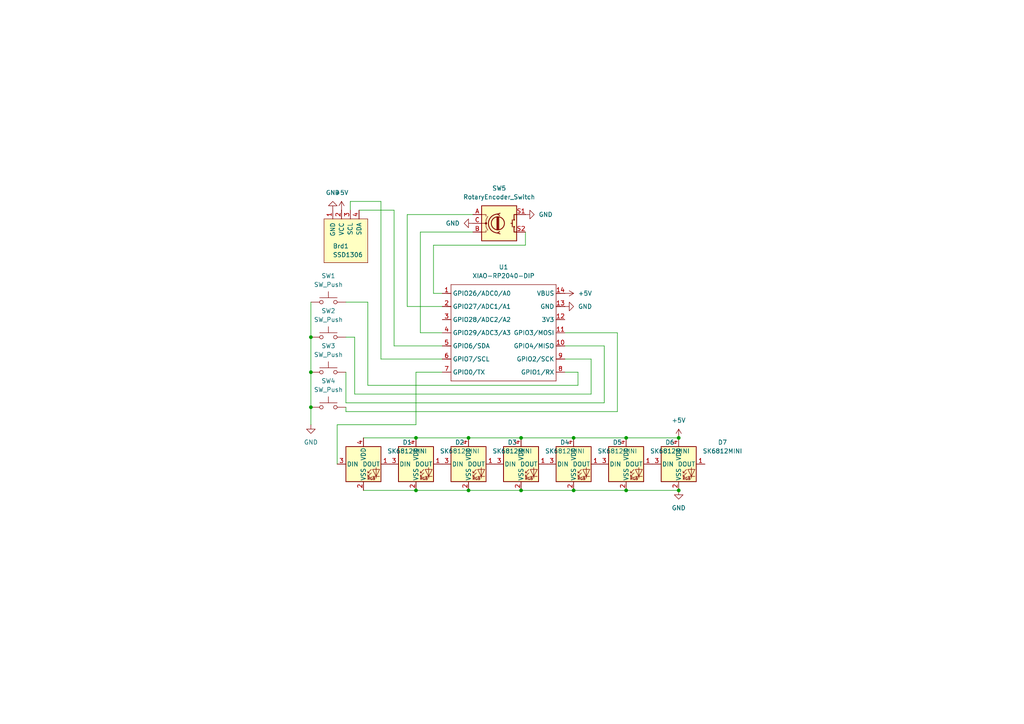
<source format=kicad_sch>
(kicad_sch
	(version 20231120)
	(generator "eeschema")
	(generator_version "8.0")
	(uuid "57f54316-b327-454d-b09a-b37c94030011")
	(paper "A4")
	(lib_symbols
		(symbol "0.96_OLED_Display:SSD1306"
			(pin_names
				(offset 1.016)
			)
			(exclude_from_sim no)
			(in_bom yes)
			(on_board yes)
			(property "Reference" "Brd"
				(at 0 -3.81 0)
				(effects
					(font
						(size 1.27 1.27)
					)
				)
			)
			(property "Value" "SSD1306"
				(at 0 -1.27 0)
				(effects
					(font
						(size 1.27 1.27)
					)
				)
			)
			(property "Footprint" ""
				(at 0 6.35 0)
				(effects
					(font
						(size 1.27 1.27)
					)
					(hide yes)
				)
			)
			(property "Datasheet" ""
				(at 0 6.35 0)
				(effects
					(font
						(size 1.27 1.27)
					)
					(hide yes)
				)
			)
			(property "Description" "SSD1306 OLED"
				(at 0 0 0)
				(effects
					(font
						(size 1.27 1.27)
					)
					(hide yes)
				)
			)
			(property "ki_keywords" "SSD1306"
				(at 0 0 0)
				(effects
					(font
						(size 1.27 1.27)
					)
					(hide yes)
				)
			)
			(property "ki_fp_filters" "SSD1306-128x64_OLED:SSD1306"
				(at 0 0 0)
				(effects
					(font
						(size 1.27 1.27)
					)
					(hide yes)
				)
			)
			(symbol "SSD1306_0_1"
				(rectangle
					(start -6.35 6.35)
					(end 6.35 -6.35)
					(stroke
						(width 0)
						(type solid)
					)
					(fill
						(type background)
					)
				)
			)
			(symbol "SSD1306_1_1"
				(pin input line
					(at -3.81 8.89 270)
					(length 2.54)
					(name "GND"
						(effects
							(font
								(size 1.27 1.27)
							)
						)
					)
					(number "1"
						(effects
							(font
								(size 1.27 1.27)
							)
						)
					)
				)
				(pin input line
					(at -1.27 8.89 270)
					(length 2.54)
					(name "VCC"
						(effects
							(font
								(size 1.27 1.27)
							)
						)
					)
					(number "2"
						(effects
							(font
								(size 1.27 1.27)
							)
						)
					)
				)
				(pin input line
					(at 1.27 8.89 270)
					(length 2.54)
					(name "SCL"
						(effects
							(font
								(size 1.27 1.27)
							)
						)
					)
					(number "3"
						(effects
							(font
								(size 1.27 1.27)
							)
						)
					)
				)
				(pin input line
					(at 3.81 8.89 270)
					(length 2.54)
					(name "SDA"
						(effects
							(font
								(size 1.27 1.27)
							)
						)
					)
					(number "4"
						(effects
							(font
								(size 1.27 1.27)
							)
						)
					)
				)
			)
		)
		(symbol "Device:RotaryEncoder_Switch"
			(pin_names
				(offset 0.254) hide)
			(exclude_from_sim no)
			(in_bom yes)
			(on_board yes)
			(property "Reference" "SW"
				(at 0 6.604 0)
				(effects
					(font
						(size 1.27 1.27)
					)
				)
			)
			(property "Value" "RotaryEncoder_Switch"
				(at 0 -6.604 0)
				(effects
					(font
						(size 1.27 1.27)
					)
				)
			)
			(property "Footprint" ""
				(at -3.81 4.064 0)
				(effects
					(font
						(size 1.27 1.27)
					)
					(hide yes)
				)
			)
			(property "Datasheet" "~"
				(at 0 6.604 0)
				(effects
					(font
						(size 1.27 1.27)
					)
					(hide yes)
				)
			)
			(property "Description" "Rotary encoder, dual channel, incremental quadrate outputs, with switch"
				(at 0 0 0)
				(effects
					(font
						(size 1.27 1.27)
					)
					(hide yes)
				)
			)
			(property "ki_keywords" "rotary switch encoder switch push button"
				(at 0 0 0)
				(effects
					(font
						(size 1.27 1.27)
					)
					(hide yes)
				)
			)
			(property "ki_fp_filters" "RotaryEncoder*Switch*"
				(at 0 0 0)
				(effects
					(font
						(size 1.27 1.27)
					)
					(hide yes)
				)
			)
			(symbol "RotaryEncoder_Switch_0_1"
				(rectangle
					(start -5.08 5.08)
					(end 5.08 -5.08)
					(stroke
						(width 0.254)
						(type default)
					)
					(fill
						(type background)
					)
				)
				(circle
					(center -3.81 0)
					(radius 0.254)
					(stroke
						(width 0)
						(type default)
					)
					(fill
						(type outline)
					)
				)
				(circle
					(center -0.381 0)
					(radius 1.905)
					(stroke
						(width 0.254)
						(type default)
					)
					(fill
						(type none)
					)
				)
				(arc
					(start -0.381 2.667)
					(mid -3.0988 -0.0635)
					(end -0.381 -2.794)
					(stroke
						(width 0.254)
						(type default)
					)
					(fill
						(type none)
					)
				)
				(polyline
					(pts
						(xy -0.635 -1.778) (xy -0.635 1.778)
					)
					(stroke
						(width 0.254)
						(type default)
					)
					(fill
						(type none)
					)
				)
				(polyline
					(pts
						(xy -0.381 -1.778) (xy -0.381 1.778)
					)
					(stroke
						(width 0.254)
						(type default)
					)
					(fill
						(type none)
					)
				)
				(polyline
					(pts
						(xy -0.127 1.778) (xy -0.127 -1.778)
					)
					(stroke
						(width 0.254)
						(type default)
					)
					(fill
						(type none)
					)
				)
				(polyline
					(pts
						(xy 3.81 0) (xy 3.429 0)
					)
					(stroke
						(width 0.254)
						(type default)
					)
					(fill
						(type none)
					)
				)
				(polyline
					(pts
						(xy 3.81 1.016) (xy 3.81 -1.016)
					)
					(stroke
						(width 0.254)
						(type default)
					)
					(fill
						(type none)
					)
				)
				(polyline
					(pts
						(xy -5.08 -2.54) (xy -3.81 -2.54) (xy -3.81 -2.032)
					)
					(stroke
						(width 0)
						(type default)
					)
					(fill
						(type none)
					)
				)
				(polyline
					(pts
						(xy -5.08 2.54) (xy -3.81 2.54) (xy -3.81 2.032)
					)
					(stroke
						(width 0)
						(type default)
					)
					(fill
						(type none)
					)
				)
				(polyline
					(pts
						(xy 0.254 -3.048) (xy -0.508 -2.794) (xy 0.127 -2.413)
					)
					(stroke
						(width 0.254)
						(type default)
					)
					(fill
						(type none)
					)
				)
				(polyline
					(pts
						(xy 0.254 2.921) (xy -0.508 2.667) (xy 0.127 2.286)
					)
					(stroke
						(width 0.254)
						(type default)
					)
					(fill
						(type none)
					)
				)
				(polyline
					(pts
						(xy 5.08 -2.54) (xy 4.318 -2.54) (xy 4.318 -1.016)
					)
					(stroke
						(width 0.254)
						(type default)
					)
					(fill
						(type none)
					)
				)
				(polyline
					(pts
						(xy 5.08 2.54) (xy 4.318 2.54) (xy 4.318 1.016)
					)
					(stroke
						(width 0.254)
						(type default)
					)
					(fill
						(type none)
					)
				)
				(polyline
					(pts
						(xy -5.08 0) (xy -3.81 0) (xy -3.81 -1.016) (xy -3.302 -2.032)
					)
					(stroke
						(width 0)
						(type default)
					)
					(fill
						(type none)
					)
				)
				(polyline
					(pts
						(xy -4.318 0) (xy -3.81 0) (xy -3.81 1.016) (xy -3.302 2.032)
					)
					(stroke
						(width 0)
						(type default)
					)
					(fill
						(type none)
					)
				)
				(circle
					(center 4.318 -1.016)
					(radius 0.127)
					(stroke
						(width 0.254)
						(type default)
					)
					(fill
						(type none)
					)
				)
				(circle
					(center 4.318 1.016)
					(radius 0.127)
					(stroke
						(width 0.254)
						(type default)
					)
					(fill
						(type none)
					)
				)
			)
			(symbol "RotaryEncoder_Switch_1_1"
				(pin passive line
					(at -7.62 2.54 0)
					(length 2.54)
					(name "A"
						(effects
							(font
								(size 1.27 1.27)
							)
						)
					)
					(number "A"
						(effects
							(font
								(size 1.27 1.27)
							)
						)
					)
				)
				(pin passive line
					(at -7.62 -2.54 0)
					(length 2.54)
					(name "B"
						(effects
							(font
								(size 1.27 1.27)
							)
						)
					)
					(number "B"
						(effects
							(font
								(size 1.27 1.27)
							)
						)
					)
				)
				(pin passive line
					(at -7.62 0 0)
					(length 2.54)
					(name "C"
						(effects
							(font
								(size 1.27 1.27)
							)
						)
					)
					(number "C"
						(effects
							(font
								(size 1.27 1.27)
							)
						)
					)
				)
				(pin passive line
					(at 7.62 2.54 180)
					(length 2.54)
					(name "S1"
						(effects
							(font
								(size 1.27 1.27)
							)
						)
					)
					(number "S1"
						(effects
							(font
								(size 1.27 1.27)
							)
						)
					)
				)
				(pin passive line
					(at 7.62 -2.54 180)
					(length 2.54)
					(name "S2"
						(effects
							(font
								(size 1.27 1.27)
							)
						)
					)
					(number "S2"
						(effects
							(font
								(size 1.27 1.27)
							)
						)
					)
				)
			)
		)
		(symbol "LED:SK6812MINI"
			(pin_names
				(offset 0.254)
			)
			(exclude_from_sim no)
			(in_bom yes)
			(on_board yes)
			(property "Reference" "D"
				(at 5.08 5.715 0)
				(effects
					(font
						(size 1.27 1.27)
					)
					(justify right bottom)
				)
			)
			(property "Value" "SK6812MINI"
				(at 1.27 -5.715 0)
				(effects
					(font
						(size 1.27 1.27)
					)
					(justify left top)
				)
			)
			(property "Footprint" "LED_SMD:LED_SK6812MINI_PLCC4_3.5x3.5mm_P1.75mm"
				(at 1.27 -7.62 0)
				(effects
					(font
						(size 1.27 1.27)
					)
					(justify left top)
					(hide yes)
				)
			)
			(property "Datasheet" "https://cdn-shop.adafruit.com/product-files/2686/SK6812MINI_REV.01-1-2.pdf"
				(at 2.54 -9.525 0)
				(effects
					(font
						(size 1.27 1.27)
					)
					(justify left top)
					(hide yes)
				)
			)
			(property "Description" "RGB LED with integrated controller"
				(at 0 0 0)
				(effects
					(font
						(size 1.27 1.27)
					)
					(hide yes)
				)
			)
			(property "ki_keywords" "RGB LED NeoPixel Mini addressable"
				(at 0 0 0)
				(effects
					(font
						(size 1.27 1.27)
					)
					(hide yes)
				)
			)
			(property "ki_fp_filters" "LED*SK6812MINI*PLCC*3.5x3.5mm*P1.75mm*"
				(at 0 0 0)
				(effects
					(font
						(size 1.27 1.27)
					)
					(hide yes)
				)
			)
			(symbol "SK6812MINI_0_0"
				(text "RGB"
					(at 2.286 -4.191 0)
					(effects
						(font
							(size 0.762 0.762)
						)
					)
				)
			)
			(symbol "SK6812MINI_0_1"
				(polyline
					(pts
						(xy 1.27 -3.556) (xy 1.778 -3.556)
					)
					(stroke
						(width 0)
						(type default)
					)
					(fill
						(type none)
					)
				)
				(polyline
					(pts
						(xy 1.27 -2.54) (xy 1.778 -2.54)
					)
					(stroke
						(width 0)
						(type default)
					)
					(fill
						(type none)
					)
				)
				(polyline
					(pts
						(xy 4.699 -3.556) (xy 2.667 -3.556)
					)
					(stroke
						(width 0)
						(type default)
					)
					(fill
						(type none)
					)
				)
				(polyline
					(pts
						(xy 2.286 -2.54) (xy 1.27 -3.556) (xy 1.27 -3.048)
					)
					(stroke
						(width 0)
						(type default)
					)
					(fill
						(type none)
					)
				)
				(polyline
					(pts
						(xy 2.286 -1.524) (xy 1.27 -2.54) (xy 1.27 -2.032)
					)
					(stroke
						(width 0)
						(type default)
					)
					(fill
						(type none)
					)
				)
				(polyline
					(pts
						(xy 3.683 -1.016) (xy 3.683 -3.556) (xy 3.683 -4.064)
					)
					(stroke
						(width 0)
						(type default)
					)
					(fill
						(type none)
					)
				)
				(polyline
					(pts
						(xy 4.699 -1.524) (xy 2.667 -1.524) (xy 3.683 -3.556) (xy 4.699 -1.524)
					)
					(stroke
						(width 0)
						(type default)
					)
					(fill
						(type none)
					)
				)
				(rectangle
					(start 5.08 5.08)
					(end -5.08 -5.08)
					(stroke
						(width 0.254)
						(type default)
					)
					(fill
						(type background)
					)
				)
			)
			(symbol "SK6812MINI_1_1"
				(pin output line
					(at 7.62 0 180)
					(length 2.54)
					(name "DOUT"
						(effects
							(font
								(size 1.27 1.27)
							)
						)
					)
					(number "1"
						(effects
							(font
								(size 1.27 1.27)
							)
						)
					)
				)
				(pin power_in line
					(at 0 -7.62 90)
					(length 2.54)
					(name "VSS"
						(effects
							(font
								(size 1.27 1.27)
							)
						)
					)
					(number "2"
						(effects
							(font
								(size 1.27 1.27)
							)
						)
					)
				)
				(pin input line
					(at -7.62 0 0)
					(length 2.54)
					(name "DIN"
						(effects
							(font
								(size 1.27 1.27)
							)
						)
					)
					(number "3"
						(effects
							(font
								(size 1.27 1.27)
							)
						)
					)
				)
				(pin power_in line
					(at 0 7.62 270)
					(length 2.54)
					(name "VDD"
						(effects
							(font
								(size 1.27 1.27)
							)
						)
					)
					(number "4"
						(effects
							(font
								(size 1.27 1.27)
							)
						)
					)
				)
			)
		)
		(symbol "OPL:XIAO-RP2040-DIP"
			(exclude_from_sim no)
			(in_bom yes)
			(on_board yes)
			(property "Reference" "U"
				(at 0 0 0)
				(effects
					(font
						(size 1.27 1.27)
					)
				)
			)
			(property "Value" "XIAO-RP2040-DIP"
				(at 5.334 -1.778 0)
				(effects
					(font
						(size 1.27 1.27)
					)
				)
			)
			(property "Footprint" "Module:MOUDLE14P-XIAO-DIP-SMD"
				(at 14.478 -32.258 0)
				(effects
					(font
						(size 1.27 1.27)
					)
					(hide yes)
				)
			)
			(property "Datasheet" ""
				(at 0 0 0)
				(effects
					(font
						(size 1.27 1.27)
					)
					(hide yes)
				)
			)
			(property "Description" ""
				(at 0 0 0)
				(effects
					(font
						(size 1.27 1.27)
					)
					(hide yes)
				)
			)
			(symbol "XIAO-RP2040-DIP_1_0"
				(polyline
					(pts
						(xy -1.27 -30.48) (xy -1.27 -16.51)
					)
					(stroke
						(width 0.1524)
						(type solid)
					)
					(fill
						(type none)
					)
				)
				(polyline
					(pts
						(xy -1.27 -27.94) (xy -2.54 -27.94)
					)
					(stroke
						(width 0.1524)
						(type solid)
					)
					(fill
						(type none)
					)
				)
				(polyline
					(pts
						(xy -1.27 -24.13) (xy -2.54 -24.13)
					)
					(stroke
						(width 0.1524)
						(type solid)
					)
					(fill
						(type none)
					)
				)
				(polyline
					(pts
						(xy -1.27 -20.32) (xy -2.54 -20.32)
					)
					(stroke
						(width 0.1524)
						(type solid)
					)
					(fill
						(type none)
					)
				)
				(polyline
					(pts
						(xy -1.27 -16.51) (xy -2.54 -16.51)
					)
					(stroke
						(width 0.1524)
						(type solid)
					)
					(fill
						(type none)
					)
				)
				(polyline
					(pts
						(xy -1.27 -16.51) (xy -1.27 -12.7)
					)
					(stroke
						(width 0.1524)
						(type solid)
					)
					(fill
						(type none)
					)
				)
				(polyline
					(pts
						(xy -1.27 -12.7) (xy -2.54 -12.7)
					)
					(stroke
						(width 0.1524)
						(type solid)
					)
					(fill
						(type none)
					)
				)
				(polyline
					(pts
						(xy -1.27 -12.7) (xy -1.27 -8.89)
					)
					(stroke
						(width 0.1524)
						(type solid)
					)
					(fill
						(type none)
					)
				)
				(polyline
					(pts
						(xy -1.27 -8.89) (xy -2.54 -8.89)
					)
					(stroke
						(width 0.1524)
						(type solid)
					)
					(fill
						(type none)
					)
				)
				(polyline
					(pts
						(xy -1.27 -8.89) (xy -1.27 -5.08)
					)
					(stroke
						(width 0.1524)
						(type solid)
					)
					(fill
						(type none)
					)
				)
				(polyline
					(pts
						(xy -1.27 -5.08) (xy -2.54 -5.08)
					)
					(stroke
						(width 0.1524)
						(type solid)
					)
					(fill
						(type none)
					)
				)
				(polyline
					(pts
						(xy -1.27 -5.08) (xy -1.27 -2.54)
					)
					(stroke
						(width 0.1524)
						(type solid)
					)
					(fill
						(type none)
					)
				)
				(polyline
					(pts
						(xy -1.27 -2.54) (xy 29.21 -2.54)
					)
					(stroke
						(width 0.1524)
						(type solid)
					)
					(fill
						(type none)
					)
				)
				(polyline
					(pts
						(xy 29.21 -30.48) (xy -1.27 -30.48)
					)
					(stroke
						(width 0.1524)
						(type solid)
					)
					(fill
						(type none)
					)
				)
				(polyline
					(pts
						(xy 29.21 -12.7) (xy 29.21 -30.48)
					)
					(stroke
						(width 0.1524)
						(type solid)
					)
					(fill
						(type none)
					)
				)
				(polyline
					(pts
						(xy 29.21 -8.89) (xy 29.21 -12.7)
					)
					(stroke
						(width 0.1524)
						(type solid)
					)
					(fill
						(type none)
					)
				)
				(polyline
					(pts
						(xy 29.21 -5.08) (xy 29.21 -8.89)
					)
					(stroke
						(width 0.1524)
						(type solid)
					)
					(fill
						(type none)
					)
				)
				(polyline
					(pts
						(xy 29.21 -2.54) (xy 29.21 -5.08)
					)
					(stroke
						(width 0.1524)
						(type solid)
					)
					(fill
						(type none)
					)
				)
				(polyline
					(pts
						(xy 30.48 -27.94) (xy 29.21 -27.94)
					)
					(stroke
						(width 0.1524)
						(type solid)
					)
					(fill
						(type none)
					)
				)
				(polyline
					(pts
						(xy 30.48 -24.13) (xy 29.21 -24.13)
					)
					(stroke
						(width 0.1524)
						(type solid)
					)
					(fill
						(type none)
					)
				)
				(polyline
					(pts
						(xy 30.48 -20.32) (xy 29.21 -20.32)
					)
					(stroke
						(width 0.1524)
						(type solid)
					)
					(fill
						(type none)
					)
				)
				(polyline
					(pts
						(xy 30.48 -16.51) (xy 29.21 -16.51)
					)
					(stroke
						(width 0.1524)
						(type solid)
					)
					(fill
						(type none)
					)
				)
				(polyline
					(pts
						(xy 30.48 -12.7) (xy 29.21 -12.7)
					)
					(stroke
						(width 0.1524)
						(type solid)
					)
					(fill
						(type none)
					)
				)
				(polyline
					(pts
						(xy 30.48 -8.89) (xy 29.21 -8.89)
					)
					(stroke
						(width 0.1524)
						(type solid)
					)
					(fill
						(type none)
					)
				)
				(polyline
					(pts
						(xy 30.48 -5.08) (xy 29.21 -5.08)
					)
					(stroke
						(width 0.1524)
						(type solid)
					)
					(fill
						(type none)
					)
				)
				(pin passive line
					(at -3.81 -5.08 0)
					(length 2.54)
					(name "GPIO26/ADC0/A0"
						(effects
							(font
								(size 1.27 1.27)
							)
						)
					)
					(number "1"
						(effects
							(font
								(size 1.27 1.27)
							)
						)
					)
				)
				(pin passive line
					(at 31.75 -20.32 180)
					(length 2.54)
					(name "GPIO4/MISO"
						(effects
							(font
								(size 1.27 1.27)
							)
						)
					)
					(number "10"
						(effects
							(font
								(size 1.27 1.27)
							)
						)
					)
				)
				(pin passive line
					(at 31.75 -16.51 180)
					(length 2.54)
					(name "GPIO3/MOSI"
						(effects
							(font
								(size 1.27 1.27)
							)
						)
					)
					(number "11"
						(effects
							(font
								(size 1.27 1.27)
							)
						)
					)
				)
				(pin passive line
					(at 31.75 -12.7 180)
					(length 2.54)
					(name "3V3"
						(effects
							(font
								(size 1.27 1.27)
							)
						)
					)
					(number "12"
						(effects
							(font
								(size 1.27 1.27)
							)
						)
					)
				)
				(pin passive line
					(at 31.75 -8.89 180)
					(length 2.54)
					(name "GND"
						(effects
							(font
								(size 1.27 1.27)
							)
						)
					)
					(number "13"
						(effects
							(font
								(size 1.27 1.27)
							)
						)
					)
				)
				(pin passive line
					(at 31.75 -5.08 180)
					(length 2.54)
					(name "VBUS"
						(effects
							(font
								(size 1.27 1.27)
							)
						)
					)
					(number "14"
						(effects
							(font
								(size 1.27 1.27)
							)
						)
					)
				)
				(pin passive line
					(at -3.81 -8.89 0)
					(length 2.54)
					(name "GPIO27/ADC1/A1"
						(effects
							(font
								(size 1.27 1.27)
							)
						)
					)
					(number "2"
						(effects
							(font
								(size 1.27 1.27)
							)
						)
					)
				)
				(pin passive line
					(at -3.81 -12.7 0)
					(length 2.54)
					(name "GPIO28/ADC2/A2"
						(effects
							(font
								(size 1.27 1.27)
							)
						)
					)
					(number "3"
						(effects
							(font
								(size 1.27 1.27)
							)
						)
					)
				)
				(pin passive line
					(at -3.81 -16.51 0)
					(length 2.54)
					(name "GPIO29/ADC3/A3"
						(effects
							(font
								(size 1.27 1.27)
							)
						)
					)
					(number "4"
						(effects
							(font
								(size 1.27 1.27)
							)
						)
					)
				)
				(pin passive line
					(at -3.81 -20.32 0)
					(length 2.54)
					(name "GPIO6/SDA"
						(effects
							(font
								(size 1.27 1.27)
							)
						)
					)
					(number "5"
						(effects
							(font
								(size 1.27 1.27)
							)
						)
					)
				)
				(pin passive line
					(at -3.81 -24.13 0)
					(length 2.54)
					(name "GPIO7/SCL"
						(effects
							(font
								(size 1.27 1.27)
							)
						)
					)
					(number "6"
						(effects
							(font
								(size 1.27 1.27)
							)
						)
					)
				)
				(pin passive line
					(at -3.81 -27.94 0)
					(length 2.54)
					(name "GPIO0/TX"
						(effects
							(font
								(size 1.27 1.27)
							)
						)
					)
					(number "7"
						(effects
							(font
								(size 1.27 1.27)
							)
						)
					)
				)
				(pin passive line
					(at 31.75 -27.94 180)
					(length 2.54)
					(name "GPIO1/RX"
						(effects
							(font
								(size 1.27 1.27)
							)
						)
					)
					(number "8"
						(effects
							(font
								(size 1.27 1.27)
							)
						)
					)
				)
				(pin passive line
					(at 31.75 -24.13 180)
					(length 2.54)
					(name "GPIO2/SCK"
						(effects
							(font
								(size 1.27 1.27)
							)
						)
					)
					(number "9"
						(effects
							(font
								(size 1.27 1.27)
							)
						)
					)
				)
			)
		)
		(symbol "Switch:SW_Push"
			(pin_numbers hide)
			(pin_names
				(offset 1.016) hide)
			(exclude_from_sim no)
			(in_bom yes)
			(on_board yes)
			(property "Reference" "SW"
				(at 1.27 2.54 0)
				(effects
					(font
						(size 1.27 1.27)
					)
					(justify left)
				)
			)
			(property "Value" "SW_Push"
				(at 0 -1.524 0)
				(effects
					(font
						(size 1.27 1.27)
					)
				)
			)
			(property "Footprint" ""
				(at 0 5.08 0)
				(effects
					(font
						(size 1.27 1.27)
					)
					(hide yes)
				)
			)
			(property "Datasheet" "~"
				(at 0 5.08 0)
				(effects
					(font
						(size 1.27 1.27)
					)
					(hide yes)
				)
			)
			(property "Description" "Push button switch, generic, two pins"
				(at 0 0 0)
				(effects
					(font
						(size 1.27 1.27)
					)
					(hide yes)
				)
			)
			(property "ki_keywords" "switch normally-open pushbutton push-button"
				(at 0 0 0)
				(effects
					(font
						(size 1.27 1.27)
					)
					(hide yes)
				)
			)
			(symbol "SW_Push_0_1"
				(circle
					(center -2.032 0)
					(radius 0.508)
					(stroke
						(width 0)
						(type default)
					)
					(fill
						(type none)
					)
				)
				(polyline
					(pts
						(xy 0 1.27) (xy 0 3.048)
					)
					(stroke
						(width 0)
						(type default)
					)
					(fill
						(type none)
					)
				)
				(polyline
					(pts
						(xy 2.54 1.27) (xy -2.54 1.27)
					)
					(stroke
						(width 0)
						(type default)
					)
					(fill
						(type none)
					)
				)
				(circle
					(center 2.032 0)
					(radius 0.508)
					(stroke
						(width 0)
						(type default)
					)
					(fill
						(type none)
					)
				)
				(pin passive line
					(at -5.08 0 0)
					(length 2.54)
					(name "1"
						(effects
							(font
								(size 1.27 1.27)
							)
						)
					)
					(number "1"
						(effects
							(font
								(size 1.27 1.27)
							)
						)
					)
				)
				(pin passive line
					(at 5.08 0 180)
					(length 2.54)
					(name "2"
						(effects
							(font
								(size 1.27 1.27)
							)
						)
					)
					(number "2"
						(effects
							(font
								(size 1.27 1.27)
							)
						)
					)
				)
			)
		)
		(symbol "power:+5V"
			(power)
			(pin_numbers hide)
			(pin_names
				(offset 0) hide)
			(exclude_from_sim no)
			(in_bom yes)
			(on_board yes)
			(property "Reference" "#PWR"
				(at 0 -3.81 0)
				(effects
					(font
						(size 1.27 1.27)
					)
					(hide yes)
				)
			)
			(property "Value" "+5V"
				(at 0 3.556 0)
				(effects
					(font
						(size 1.27 1.27)
					)
				)
			)
			(property "Footprint" ""
				(at 0 0 0)
				(effects
					(font
						(size 1.27 1.27)
					)
					(hide yes)
				)
			)
			(property "Datasheet" ""
				(at 0 0 0)
				(effects
					(font
						(size 1.27 1.27)
					)
					(hide yes)
				)
			)
			(property "Description" "Power symbol creates a global label with name \"+5V\""
				(at 0 0 0)
				(effects
					(font
						(size 1.27 1.27)
					)
					(hide yes)
				)
			)
			(property "ki_keywords" "global power"
				(at 0 0 0)
				(effects
					(font
						(size 1.27 1.27)
					)
					(hide yes)
				)
			)
			(symbol "+5V_0_1"
				(polyline
					(pts
						(xy -0.762 1.27) (xy 0 2.54)
					)
					(stroke
						(width 0)
						(type default)
					)
					(fill
						(type none)
					)
				)
				(polyline
					(pts
						(xy 0 0) (xy 0 2.54)
					)
					(stroke
						(width 0)
						(type default)
					)
					(fill
						(type none)
					)
				)
				(polyline
					(pts
						(xy 0 2.54) (xy 0.762 1.27)
					)
					(stroke
						(width 0)
						(type default)
					)
					(fill
						(type none)
					)
				)
			)
			(symbol "+5V_1_1"
				(pin power_in line
					(at 0 0 90)
					(length 0)
					(name "~"
						(effects
							(font
								(size 1.27 1.27)
							)
						)
					)
					(number "1"
						(effects
							(font
								(size 1.27 1.27)
							)
						)
					)
				)
			)
		)
		(symbol "power:GND"
			(power)
			(pin_numbers hide)
			(pin_names
				(offset 0) hide)
			(exclude_from_sim no)
			(in_bom yes)
			(on_board yes)
			(property "Reference" "#PWR"
				(at 0 -6.35 0)
				(effects
					(font
						(size 1.27 1.27)
					)
					(hide yes)
				)
			)
			(property "Value" "GND"
				(at 0 -3.81 0)
				(effects
					(font
						(size 1.27 1.27)
					)
				)
			)
			(property "Footprint" ""
				(at 0 0 0)
				(effects
					(font
						(size 1.27 1.27)
					)
					(hide yes)
				)
			)
			(property "Datasheet" ""
				(at 0 0 0)
				(effects
					(font
						(size 1.27 1.27)
					)
					(hide yes)
				)
			)
			(property "Description" "Power symbol creates a global label with name \"GND\" , ground"
				(at 0 0 0)
				(effects
					(font
						(size 1.27 1.27)
					)
					(hide yes)
				)
			)
			(property "ki_keywords" "global power"
				(at 0 0 0)
				(effects
					(font
						(size 1.27 1.27)
					)
					(hide yes)
				)
			)
			(symbol "GND_0_1"
				(polyline
					(pts
						(xy 0 0) (xy 0 -1.27) (xy 1.27 -1.27) (xy 0 -2.54) (xy -1.27 -1.27) (xy 0 -1.27)
					)
					(stroke
						(width 0)
						(type default)
					)
					(fill
						(type none)
					)
				)
			)
			(symbol "GND_1_1"
				(pin power_in line
					(at 0 0 270)
					(length 0)
					(name "~"
						(effects
							(font
								(size 1.27 1.27)
							)
						)
					)
					(number "1"
						(effects
							(font
								(size 1.27 1.27)
							)
						)
					)
				)
			)
		)
	)
	(junction
		(at 181.61 142.24)
		(diameter 0)
		(color 0 0 0 0)
		(uuid "05071c58-f9dc-4a50-8470-52b06d44bd14")
	)
	(junction
		(at 90.17 118.11)
		(diameter 0)
		(color 0 0 0 0)
		(uuid "1bcc1ca1-f6e0-4334-b96a-a8f894af226c")
	)
	(junction
		(at 90.17 107.95)
		(diameter 0)
		(color 0 0 0 0)
		(uuid "33be2c8a-83da-44a4-8d36-3198df60b559")
	)
	(junction
		(at 181.61 127)
		(diameter 0)
		(color 0 0 0 0)
		(uuid "4220d2ff-978f-4231-8410-fb3a36dc1271")
	)
	(junction
		(at 166.37 127)
		(diameter 0)
		(color 0 0 0 0)
		(uuid "482838f2-2828-4c9c-aa75-d5259fb08461")
	)
	(junction
		(at 196.85 127)
		(diameter 0)
		(color 0 0 0 0)
		(uuid "4a4ad189-0679-4520-b8f5-a2c157a706f8")
	)
	(junction
		(at 166.37 142.24)
		(diameter 0)
		(color 0 0 0 0)
		(uuid "510e1d43-7259-4b05-8002-5ac2ed2dfa99")
	)
	(junction
		(at 135.89 142.24)
		(diameter 0)
		(color 0 0 0 0)
		(uuid "5fe19c79-d974-4925-8336-6c20a12aafb3")
	)
	(junction
		(at 151.13 142.24)
		(diameter 0)
		(color 0 0 0 0)
		(uuid "7661c728-511e-4727-a550-a51bf9ef973b")
	)
	(junction
		(at 120.65 142.24)
		(diameter 0)
		(color 0 0 0 0)
		(uuid "80949992-e350-4c4f-a1b0-25a94d988ae2")
	)
	(junction
		(at 120.65 127)
		(diameter 0)
		(color 0 0 0 0)
		(uuid "905a28dc-1d5a-4cdc-ae5f-794ddb024f2d")
	)
	(junction
		(at 196.85 142.24)
		(diameter 0)
		(color 0 0 0 0)
		(uuid "9e5bb7ba-0963-4d30-83ea-9f12c675ecf1")
	)
	(junction
		(at 90.17 97.79)
		(diameter 0)
		(color 0 0 0 0)
		(uuid "dc423c67-996b-461d-a205-fe1f8450b45b")
	)
	(junction
		(at 135.89 127)
		(diameter 0)
		(color 0 0 0 0)
		(uuid "e237f9af-3386-41f1-bc7a-d72fa6664b51")
	)
	(junction
		(at 151.13 127)
		(diameter 0)
		(color 0 0 0 0)
		(uuid "e4f2a8ac-be04-47df-be8a-2a2b4d3e0947")
	)
	(wire
		(pts
			(xy 167.64 107.95) (xy 163.83 107.95)
		)
		(stroke
			(width 0)
			(type default)
		)
		(uuid "023fae08-4c4d-4f2d-b103-a9e375600845")
	)
	(wire
		(pts
			(xy 101.6 58.42) (xy 110.49 58.42)
		)
		(stroke
			(width 0)
			(type default)
		)
		(uuid "066eac71-1414-4e74-b72c-b28c45d50ee5")
	)
	(wire
		(pts
			(xy 90.17 107.95) (xy 90.17 118.11)
		)
		(stroke
			(width 0)
			(type default)
		)
		(uuid "0aee2114-6850-4809-9146-1e8f16955631")
	)
	(wire
		(pts
			(xy 105.41 127) (xy 120.65 127)
		)
		(stroke
			(width 0)
			(type default)
		)
		(uuid "0f645d7c-c385-44cd-94b1-bb9697df7851")
	)
	(wire
		(pts
			(xy 100.33 97.79) (xy 102.87 97.79)
		)
		(stroke
			(width 0)
			(type default)
		)
		(uuid "1264581c-9da1-4733-a804-e3ce391f414c")
	)
	(wire
		(pts
			(xy 101.6 60.96) (xy 101.6 58.42)
		)
		(stroke
			(width 0)
			(type default)
		)
		(uuid "12954e63-61b7-4ae8-bdc3-b214d5b84e01")
	)
	(wire
		(pts
			(xy 181.61 127) (xy 196.85 127)
		)
		(stroke
			(width 0)
			(type default)
		)
		(uuid "17dde579-af56-4f5b-85f6-469f4e18f94d")
	)
	(wire
		(pts
			(xy 152.4 71.12) (xy 125.73 71.12)
		)
		(stroke
			(width 0)
			(type default)
		)
		(uuid "1abc742f-3942-445b-a85c-70f157e11f7b")
	)
	(wire
		(pts
			(xy 110.49 104.14) (xy 128.27 104.14)
		)
		(stroke
			(width 0)
			(type default)
		)
		(uuid "2368b4c0-4d25-4374-b33d-79687b67ed0d")
	)
	(wire
		(pts
			(xy 167.64 111.76) (xy 167.64 107.95)
		)
		(stroke
			(width 0)
			(type default)
		)
		(uuid "25d802ef-b0a9-43f7-818a-af6bb17d27f1")
	)
	(wire
		(pts
			(xy 151.13 127) (xy 166.37 127)
		)
		(stroke
			(width 0)
			(type default)
		)
		(uuid "2ac3a200-462b-4c44-b6c1-24ccc74a4642")
	)
	(wire
		(pts
			(xy 121.92 96.52) (xy 128.27 96.52)
		)
		(stroke
			(width 0)
			(type default)
		)
		(uuid "33797e28-7ddd-4837-9533-8b9cb1b21f21")
	)
	(wire
		(pts
			(xy 125.73 71.12) (xy 125.73 85.09)
		)
		(stroke
			(width 0)
			(type default)
		)
		(uuid "3a31426d-f0d4-4470-ac68-0f1c1a09adbc")
	)
	(wire
		(pts
			(xy 137.16 67.31) (xy 121.92 67.31)
		)
		(stroke
			(width 0)
			(type default)
		)
		(uuid "40d17c1b-82bb-4828-9f77-ce07a5dc46d2")
	)
	(wire
		(pts
			(xy 120.65 142.24) (xy 135.89 142.24)
		)
		(stroke
			(width 0)
			(type default)
		)
		(uuid "43bc6ce2-fef9-4103-894c-a0cf20a90de3")
	)
	(wire
		(pts
			(xy 163.83 96.52) (xy 179.07 96.52)
		)
		(stroke
			(width 0)
			(type default)
		)
		(uuid "51cecaa1-3ba9-404c-a8bb-2b8eb0bce136")
	)
	(wire
		(pts
			(xy 100.33 119.38) (xy 179.07 119.38)
		)
		(stroke
			(width 0)
			(type default)
		)
		(uuid "526f43a9-b645-4823-bc8c-f7a775826e9b")
	)
	(wire
		(pts
			(xy 100.33 87.63) (xy 106.68 87.63)
		)
		(stroke
			(width 0)
			(type default)
		)
		(uuid "5569f6d7-b67b-4c5c-a364-9a052023f18e")
	)
	(wire
		(pts
			(xy 106.68 111.76) (xy 167.64 111.76)
		)
		(stroke
			(width 0)
			(type default)
		)
		(uuid "670788e1-925d-40c9-acda-773d3e61b9b0")
	)
	(wire
		(pts
			(xy 97.79 123.19) (xy 120.65 123.19)
		)
		(stroke
			(width 0)
			(type default)
		)
		(uuid "69e2b790-11e5-4c84-b25b-5f129bd480d2")
	)
	(wire
		(pts
			(xy 100.33 118.11) (xy 100.33 119.38)
		)
		(stroke
			(width 0)
			(type default)
		)
		(uuid "707fcd9f-e444-4d8d-ba06-67c57e167d8a")
	)
	(wire
		(pts
			(xy 114.3 60.96) (xy 114.3 100.33)
		)
		(stroke
			(width 0)
			(type default)
		)
		(uuid "73c940a9-70a8-4d47-86e7-cf4dbb139067")
	)
	(wire
		(pts
			(xy 179.07 96.52) (xy 179.07 119.38)
		)
		(stroke
			(width 0)
			(type default)
		)
		(uuid "784a049a-6498-485c-ad81-a1b39ab68031")
	)
	(wire
		(pts
			(xy 135.89 127) (xy 151.13 127)
		)
		(stroke
			(width 0)
			(type default)
		)
		(uuid "794955b0-a6a0-46b5-a9a0-f43072b80184")
	)
	(wire
		(pts
			(xy 110.49 58.42) (xy 110.49 104.14)
		)
		(stroke
			(width 0)
			(type default)
		)
		(uuid "7bbefe10-c747-4432-a180-498118af5a20")
	)
	(wire
		(pts
			(xy 100.33 116.84) (xy 175.26 116.84)
		)
		(stroke
			(width 0)
			(type default)
		)
		(uuid "7d260fa2-b121-46e1-9708-90033b5b0cc9")
	)
	(wire
		(pts
			(xy 125.73 85.09) (xy 128.27 85.09)
		)
		(stroke
			(width 0)
			(type default)
		)
		(uuid "7f4c8066-c1ea-4feb-904c-c9797d034a90")
	)
	(wire
		(pts
			(xy 114.3 100.33) (xy 128.27 100.33)
		)
		(stroke
			(width 0)
			(type default)
		)
		(uuid "8039f36e-9ffa-46a4-8423-13408f31d7ce")
	)
	(wire
		(pts
			(xy 100.33 107.95) (xy 100.33 116.84)
		)
		(stroke
			(width 0)
			(type default)
		)
		(uuid "81b00f63-8623-456e-acd6-7fae4b321369")
	)
	(wire
		(pts
			(xy 166.37 127) (xy 181.61 127)
		)
		(stroke
			(width 0)
			(type default)
		)
		(uuid "8598d445-d146-4ae4-8f60-f6395c316b65")
	)
	(wire
		(pts
			(xy 118.11 88.9) (xy 128.27 88.9)
		)
		(stroke
			(width 0)
			(type default)
		)
		(uuid "8e0aca15-edfa-42a2-a736-1492873e849b")
	)
	(wire
		(pts
			(xy 120.65 127) (xy 135.89 127)
		)
		(stroke
			(width 0)
			(type default)
		)
		(uuid "9645e6ef-6530-404d-ba82-fe2b83386d4f")
	)
	(wire
		(pts
			(xy 97.79 134.62) (xy 97.79 123.19)
		)
		(stroke
			(width 0)
			(type default)
		)
		(uuid "970daa47-68ab-47c3-9ea0-6b46f0df143b")
	)
	(wire
		(pts
			(xy 137.16 62.23) (xy 118.11 62.23)
		)
		(stroke
			(width 0)
			(type default)
		)
		(uuid "a0a55dd3-446b-446d-aafb-e1abc3d9861b")
	)
	(wire
		(pts
			(xy 171.45 114.3) (xy 171.45 104.14)
		)
		(stroke
			(width 0)
			(type default)
		)
		(uuid "a4649d0d-55cd-4534-b83d-60bf6728ae46")
	)
	(wire
		(pts
			(xy 120.65 107.95) (xy 128.27 107.95)
		)
		(stroke
			(width 0)
			(type default)
		)
		(uuid "a7402cab-cc2a-430f-a8f1-acb7edfcaf8c")
	)
	(wire
		(pts
			(xy 135.89 142.24) (xy 151.13 142.24)
		)
		(stroke
			(width 0)
			(type default)
		)
		(uuid "a8b73f77-2cfe-4f28-830d-df415cc7c482")
	)
	(wire
		(pts
			(xy 102.87 114.3) (xy 171.45 114.3)
		)
		(stroke
			(width 0)
			(type default)
		)
		(uuid "bcbaebb0-1b62-429a-a411-6cb0205a13d8")
	)
	(wire
		(pts
			(xy 120.65 123.19) (xy 120.65 107.95)
		)
		(stroke
			(width 0)
			(type default)
		)
		(uuid "bf607b06-67e5-4219-a5a1-33861a5637d3")
	)
	(wire
		(pts
			(xy 106.68 87.63) (xy 106.68 111.76)
		)
		(stroke
			(width 0)
			(type default)
		)
		(uuid "c223c7d8-5aef-48f5-91ef-8e0ef64159c4")
	)
	(wire
		(pts
			(xy 163.83 104.14) (xy 171.45 104.14)
		)
		(stroke
			(width 0)
			(type default)
		)
		(uuid "c4663e45-1470-4889-8ed9-e47e9f571f9f")
	)
	(wire
		(pts
			(xy 151.13 142.24) (xy 166.37 142.24)
		)
		(stroke
			(width 0)
			(type default)
		)
		(uuid "cc9b4418-75e0-4688-a331-c59a51247832")
	)
	(wire
		(pts
			(xy 181.61 142.24) (xy 196.85 142.24)
		)
		(stroke
			(width 0)
			(type default)
		)
		(uuid "d05c97c3-2446-45ec-a5a5-059d34478765")
	)
	(wire
		(pts
			(xy 90.17 118.11) (xy 90.17 123.19)
		)
		(stroke
			(width 0)
			(type default)
		)
		(uuid "d3e790c9-75af-48f7-93f8-1f219a47449c")
	)
	(wire
		(pts
			(xy 152.4 67.31) (xy 152.4 71.12)
		)
		(stroke
			(width 0)
			(type default)
		)
		(uuid "d5ff4e90-01e3-4962-8323-65b36a79fd09")
	)
	(wire
		(pts
			(xy 90.17 87.63) (xy 90.17 97.79)
		)
		(stroke
			(width 0)
			(type default)
		)
		(uuid "d94a8f5c-b39a-4baf-9dbc-8c381b709fe0")
	)
	(wire
		(pts
			(xy 118.11 62.23) (xy 118.11 88.9)
		)
		(stroke
			(width 0)
			(type default)
		)
		(uuid "e414602b-28a4-4e20-99ab-9d84f69eec1b")
	)
	(wire
		(pts
			(xy 104.14 60.96) (xy 114.3 60.96)
		)
		(stroke
			(width 0)
			(type default)
		)
		(uuid "e4cfe7fc-f5d6-4b98-a996-0aa4d95d6712")
	)
	(wire
		(pts
			(xy 175.26 100.33) (xy 163.83 100.33)
		)
		(stroke
			(width 0)
			(type default)
		)
		(uuid "e67eb477-4f1f-4b98-a304-a3396f3ee5ca")
	)
	(wire
		(pts
			(xy 121.92 67.31) (xy 121.92 96.52)
		)
		(stroke
			(width 0)
			(type default)
		)
		(uuid "e7d27706-627e-4c48-b6b5-dc512a12092c")
	)
	(wire
		(pts
			(xy 105.41 142.24) (xy 120.65 142.24)
		)
		(stroke
			(width 0)
			(type default)
		)
		(uuid "e8659c16-2317-4840-a8dc-5b0364ebf086")
	)
	(wire
		(pts
			(xy 90.17 97.79) (xy 90.17 107.95)
		)
		(stroke
			(width 0)
			(type default)
		)
		(uuid "f0a9c15a-46b8-42d0-9e03-8e8280a510b9")
	)
	(wire
		(pts
			(xy 166.37 142.24) (xy 181.61 142.24)
		)
		(stroke
			(width 0)
			(type default)
		)
		(uuid "f989ecb4-421f-4771-b5fd-aae1479b8ae1")
	)
	(wire
		(pts
			(xy 102.87 97.79) (xy 102.87 114.3)
		)
		(stroke
			(width 0)
			(type default)
		)
		(uuid "fc418e35-a8a6-44b5-8d86-b94787541aad")
	)
	(wire
		(pts
			(xy 175.26 116.84) (xy 175.26 100.33)
		)
		(stroke
			(width 0)
			(type default)
		)
		(uuid "fda1d667-bd5d-428e-8c0f-d76b2281232d")
	)
	(symbol
		(lib_id "OPL:XIAO-RP2040-DIP")
		(at 132.08 80.01 0)
		(unit 1)
		(exclude_from_sim no)
		(in_bom yes)
		(on_board yes)
		(dnp no)
		(fields_autoplaced yes)
		(uuid "0e73b59f-735c-4f84-bb13-3e7e6f216612")
		(property "Reference" "U1"
			(at 146.05 77.47 0)
			(effects
				(font
					(size 1.27 1.27)
				)
			)
		)
		(property "Value" "XIAO-RP2040-DIP"
			(at 146.05 80.01 0)
			(effects
				(font
					(size 1.27 1.27)
				)
			)
		)
		(property "Footprint" "OPL:XIAO-RP2040-DIP"
			(at 146.558 112.268 0)
			(effects
				(font
					(size 1.27 1.27)
				)
				(hide yes)
			)
		)
		(property "Datasheet" ""
			(at 132.08 80.01 0)
			(effects
				(font
					(size 1.27 1.27)
				)
				(hide yes)
			)
		)
		(property "Description" ""
			(at 132.08 80.01 0)
			(effects
				(font
					(size 1.27 1.27)
				)
				(hide yes)
			)
		)
		(pin "5"
			(uuid "d016dfb8-b129-49b5-89cf-a012d391635e")
		)
		(pin "7"
			(uuid "d6a15a72-fea4-4964-a08f-a75f178ff6ba")
		)
		(pin "10"
			(uuid "1bbaddfb-df6d-4c86-a50b-54a93bf66736")
		)
		(pin "3"
			(uuid "94e93525-d48d-44f2-ac64-98607b5b9bd4")
		)
		(pin "8"
			(uuid "933d3f07-0cb3-45d0-8675-ee21aa18658d")
		)
		(pin "9"
			(uuid "8d68485d-8c25-4bfe-a5b8-9ffcead1ccbd")
		)
		(pin "1"
			(uuid "f78254c8-7150-44f1-b64b-0cc570113c4d")
		)
		(pin "11"
			(uuid "c587a96a-7d15-43c7-8331-e9781d107ecf")
		)
		(pin "4"
			(uuid "378d379f-5268-48f0-884a-e2dcd13b9cbe")
		)
		(pin "14"
			(uuid "e5c4d05d-788e-4e59-b273-bb3577e0bd72")
		)
		(pin "6"
			(uuid "a6d51f7a-9e1c-4091-8e08-7865df7dad57")
		)
		(pin "2"
			(uuid "77c48d8b-e082-4629-bc23-0b0cb83af5de")
		)
		(pin "12"
			(uuid "537cf442-c6ad-41ca-b7ae-04257be3b8f5")
		)
		(pin "13"
			(uuid "6500914e-9975-4703-9fd0-4153a6aa997d")
		)
		(instances
			(project ""
				(path "/57f54316-b327-454d-b09a-b37c94030011"
					(reference "U1")
					(unit 1)
				)
			)
		)
	)
	(symbol
		(lib_id "power:GND")
		(at 152.4 62.23 90)
		(unit 1)
		(exclude_from_sim no)
		(in_bom yes)
		(on_board yes)
		(dnp no)
		(fields_autoplaced yes)
		(uuid "1c1a0e37-42b2-4deb-9354-b4d7ca6fb45e")
		(property "Reference" "#PWR03"
			(at 158.75 62.23 0)
			(effects
				(font
					(size 1.27 1.27)
				)
				(hide yes)
			)
		)
		(property "Value" "GND"
			(at 156.21 62.2299 90)
			(effects
				(font
					(size 1.27 1.27)
				)
				(justify right)
			)
		)
		(property "Footprint" ""
			(at 152.4 62.23 0)
			(effects
				(font
					(size 1.27 1.27)
				)
				(hide yes)
			)
		)
		(property "Datasheet" ""
			(at 152.4 62.23 0)
			(effects
				(font
					(size 1.27 1.27)
				)
				(hide yes)
			)
		)
		(property "Description" "Power symbol creates a global label with name \"GND\" , ground"
			(at 152.4 62.23 0)
			(effects
				(font
					(size 1.27 1.27)
				)
				(hide yes)
			)
		)
		(pin "1"
			(uuid "a463953b-af48-4dfc-acdb-787f42e9da92")
		)
		(instances
			(project ""
				(path "/57f54316-b327-454d-b09a-b37c94030011"
					(reference "#PWR03")
					(unit 1)
				)
			)
		)
	)
	(symbol
		(lib_id "LED:SK6812MINI")
		(at 166.37 134.62 0)
		(unit 1)
		(exclude_from_sim no)
		(in_bom yes)
		(on_board yes)
		(dnp no)
		(fields_autoplaced yes)
		(uuid "1c36ab8a-6971-4807-8098-b632703e14c7")
		(property "Reference" "D5"
			(at 179.07 128.3014 0)
			(effects
				(font
					(size 1.27 1.27)
				)
			)
		)
		(property "Value" "SK6812MINI"
			(at 179.07 130.8414 0)
			(effects
				(font
					(size 1.27 1.27)
				)
			)
		)
		(property "Footprint" "LED_SMD:LED_SK6812MINI_PLCC4_3.5x3.5mm_P1.75mm"
			(at 167.64 142.24 0)
			(effects
				(font
					(size 1.27 1.27)
				)
				(justify left top)
				(hide yes)
			)
		)
		(property "Datasheet" "https://cdn-shop.adafruit.com/product-files/2686/SK6812MINI_REV.01-1-2.pdf"
			(at 168.91 144.145 0)
			(effects
				(font
					(size 1.27 1.27)
				)
				(justify left top)
				(hide yes)
			)
		)
		(property "Description" "RGB LED with integrated controller"
			(at 166.37 134.62 0)
			(effects
				(font
					(size 1.27 1.27)
				)
				(hide yes)
			)
		)
		(pin "1"
			(uuid "bb0c7f34-1994-486b-a962-ce83d5a30929")
		)
		(pin "2"
			(uuid "aaa789fe-ad50-47fb-bd2c-4829cccb003b")
		)
		(pin "3"
			(uuid "6155e712-0062-40eb-84f4-d6dfef7d216d")
		)
		(pin "4"
			(uuid "e6fec6db-744e-4d3e-b00e-6df97a9c12ed")
		)
		(instances
			(project "PCB-Design"
				(path "/57f54316-b327-454d-b09a-b37c94030011"
					(reference "D5")
					(unit 1)
				)
			)
		)
	)
	(symbol
		(lib_id "Switch:SW_Push")
		(at 95.25 87.63 0)
		(unit 1)
		(exclude_from_sim no)
		(in_bom yes)
		(on_board yes)
		(dnp no)
		(fields_autoplaced yes)
		(uuid "1fe8cde4-10f1-4240-8106-d1e1b31b7219")
		(property "Reference" "SW1"
			(at 95.25 80.01 0)
			(effects
				(font
					(size 1.27 1.27)
				)
			)
		)
		(property "Value" "SW_Push"
			(at 95.25 82.55 0)
			(effects
				(font
					(size 1.27 1.27)
				)
			)
		)
		(property "Footprint" "Button_Switch_Keyboard:SW_Cherry_MX_1.00u_PCB"
			(at 95.25 82.55 0)
			(effects
				(font
					(size 1.27 1.27)
				)
				(hide yes)
			)
		)
		(property "Datasheet" "~"
			(at 95.25 82.55 0)
			(effects
				(font
					(size 1.27 1.27)
				)
				(hide yes)
			)
		)
		(property "Description" "Push button switch, generic, two pins"
			(at 95.25 87.63 0)
			(effects
				(font
					(size 1.27 1.27)
				)
				(hide yes)
			)
		)
		(pin "1"
			(uuid "9b3e518b-336d-490a-8d0f-3465aa5da295")
		)
		(pin "2"
			(uuid "1d273315-9a92-4aad-9be0-469891a2ed2c")
		)
		(instances
			(project "PCB-Design"
				(path "/57f54316-b327-454d-b09a-b37c94030011"
					(reference "SW1")
					(unit 1)
				)
			)
		)
	)
	(symbol
		(lib_id "LED:SK6812MINI")
		(at 135.89 134.62 0)
		(unit 1)
		(exclude_from_sim no)
		(in_bom yes)
		(on_board yes)
		(dnp no)
		(fields_autoplaced yes)
		(uuid "2378056a-2a24-4367-9fc1-264eabbc6897")
		(property "Reference" "D3"
			(at 148.59 128.3014 0)
			(effects
				(font
					(size 1.27 1.27)
				)
			)
		)
		(property "Value" "SK6812MINI"
			(at 148.59 130.8414 0)
			(effects
				(font
					(size 1.27 1.27)
				)
			)
		)
		(property "Footprint" "LED_SMD:LED_SK6812MINI_PLCC4_3.5x3.5mm_P1.75mm"
			(at 137.16 142.24 0)
			(effects
				(font
					(size 1.27 1.27)
				)
				(justify left top)
				(hide yes)
			)
		)
		(property "Datasheet" "https://cdn-shop.adafruit.com/product-files/2686/SK6812MINI_REV.01-1-2.pdf"
			(at 138.43 144.145 0)
			(effects
				(font
					(size 1.27 1.27)
				)
				(justify left top)
				(hide yes)
			)
		)
		(property "Description" "RGB LED with integrated controller"
			(at 135.89 134.62 0)
			(effects
				(font
					(size 1.27 1.27)
				)
				(hide yes)
			)
		)
		(pin "1"
			(uuid "766e2140-fecb-436a-a36e-287747e502c1")
		)
		(pin "2"
			(uuid "feb49ac7-f661-4188-a2d0-0ee1bae76475")
		)
		(pin "3"
			(uuid "2605bfa6-e7ff-412d-ba65-e13328333786")
		)
		(pin "4"
			(uuid "f18384ed-b3fa-4db6-9a53-770fab3b759e")
		)
		(instances
			(project "PCB-Design"
				(path "/57f54316-b327-454d-b09a-b37c94030011"
					(reference "D3")
					(unit 1)
				)
			)
		)
	)
	(symbol
		(lib_id "Switch:SW_Push")
		(at 95.25 107.95 0)
		(unit 1)
		(exclude_from_sim no)
		(in_bom yes)
		(on_board yes)
		(dnp no)
		(fields_autoplaced yes)
		(uuid "271cdb8d-a4a0-483e-9820-8ac108efbd86")
		(property "Reference" "SW3"
			(at 95.25 100.33 0)
			(effects
				(font
					(size 1.27 1.27)
				)
			)
		)
		(property "Value" "SW_Push"
			(at 95.25 102.87 0)
			(effects
				(font
					(size 1.27 1.27)
				)
			)
		)
		(property "Footprint" "Button_Switch_Keyboard:SW_Cherry_MX_1.00u_PCB"
			(at 95.25 102.87 0)
			(effects
				(font
					(size 1.27 1.27)
				)
				(hide yes)
			)
		)
		(property "Datasheet" "~"
			(at 95.25 102.87 0)
			(effects
				(font
					(size 1.27 1.27)
				)
				(hide yes)
			)
		)
		(property "Description" "Push button switch, generic, two pins"
			(at 95.25 107.95 0)
			(effects
				(font
					(size 1.27 1.27)
				)
				(hide yes)
			)
		)
		(pin "1"
			(uuid "7e344c27-988c-45d8-b8ba-396b7ca325cc")
		)
		(pin "2"
			(uuid "3d1c25eb-64f7-40fa-8dde-3f87f88b0d8b")
		)
		(instances
			(project "PCB-Design"
				(path "/57f54316-b327-454d-b09a-b37c94030011"
					(reference "SW3")
					(unit 1)
				)
			)
		)
	)
	(symbol
		(lib_id "power:GND")
		(at 137.16 64.77 270)
		(unit 1)
		(exclude_from_sim no)
		(in_bom yes)
		(on_board yes)
		(dnp no)
		(fields_autoplaced yes)
		(uuid "39d91337-364e-4367-a7f3-2442e0576bb6")
		(property "Reference" "#PWR02"
			(at 130.81 64.77 0)
			(effects
				(font
					(size 1.27 1.27)
				)
				(hide yes)
			)
		)
		(property "Value" "GND"
			(at 133.35 64.7699 90)
			(effects
				(font
					(size 1.27 1.27)
				)
				(justify right)
			)
		)
		(property "Footprint" ""
			(at 137.16 64.77 0)
			(effects
				(font
					(size 1.27 1.27)
				)
				(hide yes)
			)
		)
		(property "Datasheet" ""
			(at 137.16 64.77 0)
			(effects
				(font
					(size 1.27 1.27)
				)
				(hide yes)
			)
		)
		(property "Description" "Power symbol creates a global label with name \"GND\" , ground"
			(at 137.16 64.77 0)
			(effects
				(font
					(size 1.27 1.27)
				)
				(hide yes)
			)
		)
		(pin "1"
			(uuid "5a6ddf6b-f9d0-4bbb-b73c-eec06268b6e0")
		)
		(instances
			(project ""
				(path "/57f54316-b327-454d-b09a-b37c94030011"
					(reference "#PWR02")
					(unit 1)
				)
			)
		)
	)
	(symbol
		(lib_id "0.96_OLED_Display:SSD1306")
		(at 100.33 69.85 0)
		(unit 1)
		(exclude_from_sim no)
		(in_bom yes)
		(on_board yes)
		(dnp no)
		(uuid "6352322f-dfa5-48e2-89c8-366a9a796027")
		(property "Reference" "Brd1"
			(at 96.52 71.374 0)
			(effects
				(font
					(size 1.27 1.27)
				)
				(justify left)
			)
		)
		(property "Value" "SSD1306"
			(at 96.52 73.914 0)
			(effects
				(font
					(size 1.27 1.27)
				)
				(justify left)
			)
		)
		(property "Footprint" "0.96_OLED_Display:128x64OLED"
			(at 100.33 63.5 0)
			(effects
				(font
					(size 1.27 1.27)
				)
				(hide yes)
			)
		)
		(property "Datasheet" ""
			(at 100.33 63.5 0)
			(effects
				(font
					(size 1.27 1.27)
				)
				(hide yes)
			)
		)
		(property "Description" "SSD1306 OLED"
			(at 100.33 69.85 0)
			(effects
				(font
					(size 1.27 1.27)
				)
				(hide yes)
			)
		)
		(pin "1"
			(uuid "9825ed62-e57f-4e8f-9eaa-a21fefb64934")
		)
		(pin "2"
			(uuid "9d032d73-2c0b-4422-a857-aa851435a139")
		)
		(pin "4"
			(uuid "da61a4df-6958-4f6b-86eb-7d31b69b8583")
		)
		(pin "3"
			(uuid "4b745bd2-0ac4-44d2-91a0-7bd8e0a1a3e3")
		)
		(instances
			(project ""
				(path "/57f54316-b327-454d-b09a-b37c94030011"
					(reference "Brd1")
					(unit 1)
				)
			)
		)
	)
	(symbol
		(lib_id "LED:SK6812MINI")
		(at 196.85 134.62 0)
		(unit 1)
		(exclude_from_sim no)
		(in_bom yes)
		(on_board yes)
		(dnp no)
		(fields_autoplaced yes)
		(uuid "79c40625-668f-4ea6-8902-f358d37cc779")
		(property "Reference" "D7"
			(at 209.55 128.3014 0)
			(effects
				(font
					(size 1.27 1.27)
				)
			)
		)
		(property "Value" "SK6812MINI"
			(at 209.55 130.8414 0)
			(effects
				(font
					(size 1.27 1.27)
				)
			)
		)
		(property "Footprint" "LED_SMD:LED_SK6812MINI_PLCC4_3.5x3.5mm_P1.75mm"
			(at 198.12 142.24 0)
			(effects
				(font
					(size 1.27 1.27)
				)
				(justify left top)
				(hide yes)
			)
		)
		(property "Datasheet" "https://cdn-shop.adafruit.com/product-files/2686/SK6812MINI_REV.01-1-2.pdf"
			(at 199.39 144.145 0)
			(effects
				(font
					(size 1.27 1.27)
				)
				(justify left top)
				(hide yes)
			)
		)
		(property "Description" "RGB LED with integrated controller"
			(at 196.85 134.62 0)
			(effects
				(font
					(size 1.27 1.27)
				)
				(hide yes)
			)
		)
		(pin "1"
			(uuid "e9a25cbe-fab2-48f2-8049-4e4a70de3015")
		)
		(pin "2"
			(uuid "3156c589-45e3-49c0-a539-2ad81876d9a9")
		)
		(pin "3"
			(uuid "26364748-3986-459c-8c43-bd3fd4f02d51")
		)
		(pin "4"
			(uuid "0df8430c-7671-4386-bd9f-40159f8791b6")
		)
		(instances
			(project "PCB-Design"
				(path "/57f54316-b327-454d-b09a-b37c94030011"
					(reference "D7")
					(unit 1)
				)
			)
		)
	)
	(symbol
		(lib_id "power:+5V")
		(at 99.06 60.96 0)
		(unit 1)
		(exclude_from_sim no)
		(in_bom yes)
		(on_board yes)
		(dnp no)
		(fields_autoplaced yes)
		(uuid "7f3fd719-601b-4843-8c36-e5afc402f947")
		(property "Reference" "#PWR07"
			(at 99.06 64.77 0)
			(effects
				(font
					(size 1.27 1.27)
				)
				(hide yes)
			)
		)
		(property "Value" "+5V"
			(at 99.06 55.88 0)
			(effects
				(font
					(size 1.27 1.27)
				)
			)
		)
		(property "Footprint" ""
			(at 99.06 60.96 0)
			(effects
				(font
					(size 1.27 1.27)
				)
				(hide yes)
			)
		)
		(property "Datasheet" ""
			(at 99.06 60.96 0)
			(effects
				(font
					(size 1.27 1.27)
				)
				(hide yes)
			)
		)
		(property "Description" "Power symbol creates a global label with name \"+5V\""
			(at 99.06 60.96 0)
			(effects
				(font
					(size 1.27 1.27)
				)
				(hide yes)
			)
		)
		(pin "1"
			(uuid "8dbfb334-3f4d-4f64-8063-f68b9787c98b")
		)
		(instances
			(project "PCB-Design"
				(path "/57f54316-b327-454d-b09a-b37c94030011"
					(reference "#PWR07")
					(unit 1)
				)
			)
		)
	)
	(symbol
		(lib_id "power:GND")
		(at 90.17 123.19 0)
		(unit 1)
		(exclude_from_sim no)
		(in_bom yes)
		(on_board yes)
		(dnp no)
		(fields_autoplaced yes)
		(uuid "8e583d70-517d-48a2-91ea-8bc63877cf79")
		(property "Reference" "#PWR01"
			(at 90.17 129.54 0)
			(effects
				(font
					(size 1.27 1.27)
				)
				(hide yes)
			)
		)
		(property "Value" "GND"
			(at 90.17 128.27 0)
			(effects
				(font
					(size 1.27 1.27)
				)
			)
		)
		(property "Footprint" ""
			(at 90.17 123.19 0)
			(effects
				(font
					(size 1.27 1.27)
				)
				(hide yes)
			)
		)
		(property "Datasheet" ""
			(at 90.17 123.19 0)
			(effects
				(font
					(size 1.27 1.27)
				)
				(hide yes)
			)
		)
		(property "Description" "Power symbol creates a global label with name \"GND\" , ground"
			(at 90.17 123.19 0)
			(effects
				(font
					(size 1.27 1.27)
				)
				(hide yes)
			)
		)
		(pin "1"
			(uuid "4d4ce4e2-a476-4bf9-962f-0ad9e6337231")
		)
		(instances
			(project ""
				(path "/57f54316-b327-454d-b09a-b37c94030011"
					(reference "#PWR01")
					(unit 1)
				)
			)
		)
	)
	(symbol
		(lib_id "power:+5V")
		(at 196.85 127 0)
		(unit 1)
		(exclude_from_sim no)
		(in_bom yes)
		(on_board yes)
		(dnp no)
		(fields_autoplaced yes)
		(uuid "9b36edf7-e2fa-40ca-a6fb-971ebc279038")
		(property "Reference" "#PWR08"
			(at 196.85 130.81 0)
			(effects
				(font
					(size 1.27 1.27)
				)
				(hide yes)
			)
		)
		(property "Value" "+5V"
			(at 196.85 121.92 0)
			(effects
				(font
					(size 1.27 1.27)
				)
			)
		)
		(property "Footprint" ""
			(at 196.85 127 0)
			(effects
				(font
					(size 1.27 1.27)
				)
				(hide yes)
			)
		)
		(property "Datasheet" ""
			(at 196.85 127 0)
			(effects
				(font
					(size 1.27 1.27)
				)
				(hide yes)
			)
		)
		(property "Description" "Power symbol creates a global label with name \"+5V\""
			(at 196.85 127 0)
			(effects
				(font
					(size 1.27 1.27)
				)
				(hide yes)
			)
		)
		(pin "1"
			(uuid "2436ef95-8d3c-4a6f-b3aa-d46a62b691f9")
		)
		(instances
			(project ""
				(path "/57f54316-b327-454d-b09a-b37c94030011"
					(reference "#PWR08")
					(unit 1)
				)
			)
		)
	)
	(symbol
		(lib_id "LED:SK6812MINI")
		(at 105.41 134.62 0)
		(unit 1)
		(exclude_from_sim no)
		(in_bom yes)
		(on_board yes)
		(dnp no)
		(fields_autoplaced yes)
		(uuid "a27bdc9b-66ae-49d0-bc29-ae5095358308")
		(property "Reference" "D1"
			(at 118.11 128.3014 0)
			(effects
				(font
					(size 1.27 1.27)
				)
			)
		)
		(property "Value" "SK6812MINI"
			(at 118.11 130.8414 0)
			(effects
				(font
					(size 1.27 1.27)
				)
			)
		)
		(property "Footprint" "LED_SMD:LED_SK6812MINI_PLCC4_3.5x3.5mm_P1.75mm"
			(at 106.68 142.24 0)
			(effects
				(font
					(size 1.27 1.27)
				)
				(justify left top)
				(hide yes)
			)
		)
		(property "Datasheet" "https://cdn-shop.adafruit.com/product-files/2686/SK6812MINI_REV.01-1-2.pdf"
			(at 107.95 144.145 0)
			(effects
				(font
					(size 1.27 1.27)
				)
				(justify left top)
				(hide yes)
			)
		)
		(property "Description" "RGB LED with integrated controller"
			(at 105.41 134.62 0)
			(effects
				(font
					(size 1.27 1.27)
				)
				(hide yes)
			)
		)
		(pin "1"
			(uuid "693633a8-c91f-4351-9b42-742b4e55bd39")
		)
		(pin "2"
			(uuid "ea672da6-025d-424b-b122-6ed0c82d19c9")
		)
		(pin "3"
			(uuid "cc4d3628-e754-4c5a-94fd-3503692b0784")
		)
		(pin "4"
			(uuid "b6fa468e-6490-4b10-8471-219f5466976d")
		)
		(instances
			(project ""
				(path "/57f54316-b327-454d-b09a-b37c94030011"
					(reference "D1")
					(unit 1)
				)
			)
		)
	)
	(symbol
		(lib_id "power:GND")
		(at 163.83 88.9 90)
		(unit 1)
		(exclude_from_sim no)
		(in_bom yes)
		(on_board yes)
		(dnp no)
		(fields_autoplaced yes)
		(uuid "adffc8af-0d5e-42de-ba41-ec3d38c197b5")
		(property "Reference" "#PWR05"
			(at 170.18 88.9 0)
			(effects
				(font
					(size 1.27 1.27)
				)
				(hide yes)
			)
		)
		(property "Value" "GND"
			(at 167.64 88.8999 90)
			(effects
				(font
					(size 1.27 1.27)
				)
				(justify right)
			)
		)
		(property "Footprint" ""
			(at 163.83 88.9 0)
			(effects
				(font
					(size 1.27 1.27)
				)
				(hide yes)
			)
		)
		(property "Datasheet" ""
			(at 163.83 88.9 0)
			(effects
				(font
					(size 1.27 1.27)
				)
				(hide yes)
			)
		)
		(property "Description" "Power symbol creates a global label with name \"GND\" , ground"
			(at 163.83 88.9 0)
			(effects
				(font
					(size 1.27 1.27)
				)
				(hide yes)
			)
		)
		(pin "1"
			(uuid "16c67bb6-b1b9-49c5-8519-3d8b70db2856")
		)
		(instances
			(project "PCB-Design"
				(path "/57f54316-b327-454d-b09a-b37c94030011"
					(reference "#PWR05")
					(unit 1)
				)
			)
		)
	)
	(symbol
		(lib_id "LED:SK6812MINI")
		(at 151.13 134.62 0)
		(unit 1)
		(exclude_from_sim no)
		(in_bom yes)
		(on_board yes)
		(dnp no)
		(fields_autoplaced yes)
		(uuid "b1177569-245d-49a0-ac40-e99cbdef6ae5")
		(property "Reference" "D4"
			(at 163.83 128.3014 0)
			(effects
				(font
					(size 1.27 1.27)
				)
			)
		)
		(property "Value" "SK6812MINI"
			(at 163.83 130.8414 0)
			(effects
				(font
					(size 1.27 1.27)
				)
			)
		)
		(property "Footprint" "LED_SMD:LED_SK6812MINI_PLCC4_3.5x3.5mm_P1.75mm"
			(at 152.4 142.24 0)
			(effects
				(font
					(size 1.27 1.27)
				)
				(justify left top)
				(hide yes)
			)
		)
		(property "Datasheet" "https://cdn-shop.adafruit.com/product-files/2686/SK6812MINI_REV.01-1-2.pdf"
			(at 153.67 144.145 0)
			(effects
				(font
					(size 1.27 1.27)
				)
				(justify left top)
				(hide yes)
			)
		)
		(property "Description" "RGB LED with integrated controller"
			(at 151.13 134.62 0)
			(effects
				(font
					(size 1.27 1.27)
				)
				(hide yes)
			)
		)
		(pin "1"
			(uuid "264006af-5a76-4267-ac5e-693f677d4fbd")
		)
		(pin "2"
			(uuid "6546ce0e-8d2e-4796-8eeb-25d083d85d67")
		)
		(pin "3"
			(uuid "1d9e8791-d4c4-412a-8c44-9afa6584728f")
		)
		(pin "4"
			(uuid "9cd6fc01-ab0e-4cad-9207-e384da7dd0ab")
		)
		(instances
			(project "PCB-Design"
				(path "/57f54316-b327-454d-b09a-b37c94030011"
					(reference "D4")
					(unit 1)
				)
			)
		)
	)
	(symbol
		(lib_id "LED:SK6812MINI")
		(at 181.61 134.62 0)
		(unit 1)
		(exclude_from_sim no)
		(in_bom yes)
		(on_board yes)
		(dnp no)
		(fields_autoplaced yes)
		(uuid "c3815782-bb2c-4942-8b4e-6e4404d9d1e2")
		(property "Reference" "D6"
			(at 194.31 128.3014 0)
			(effects
				(font
					(size 1.27 1.27)
				)
			)
		)
		(property "Value" "SK6812MINI"
			(at 194.31 130.8414 0)
			(effects
				(font
					(size 1.27 1.27)
				)
			)
		)
		(property "Footprint" "LED_SMD:LED_SK6812MINI_PLCC4_3.5x3.5mm_P1.75mm"
			(at 182.88 142.24 0)
			(effects
				(font
					(size 1.27 1.27)
				)
				(justify left top)
				(hide yes)
			)
		)
		(property "Datasheet" "https://cdn-shop.adafruit.com/product-files/2686/SK6812MINI_REV.01-1-2.pdf"
			(at 184.15 144.145 0)
			(effects
				(font
					(size 1.27 1.27)
				)
				(justify left top)
				(hide yes)
			)
		)
		(property "Description" "RGB LED with integrated controller"
			(at 181.61 134.62 0)
			(effects
				(font
					(size 1.27 1.27)
				)
				(hide yes)
			)
		)
		(pin "1"
			(uuid "19b3ee45-9717-4890-9462-fd7dcb9383bd")
		)
		(pin "2"
			(uuid "1f409cc9-a439-4b86-b16a-ea5f31f94c37")
		)
		(pin "3"
			(uuid "2bb69519-b2c6-49e9-9ddd-636a31a481b4")
		)
		(pin "4"
			(uuid "8b8fbd88-1303-4e18-aab9-9f49cfefdb79")
		)
		(instances
			(project "PCB-Design"
				(path "/57f54316-b327-454d-b09a-b37c94030011"
					(reference "D6")
					(unit 1)
				)
			)
		)
	)
	(symbol
		(lib_id "power:GND")
		(at 196.85 142.24 0)
		(unit 1)
		(exclude_from_sim no)
		(in_bom yes)
		(on_board yes)
		(dnp no)
		(fields_autoplaced yes)
		(uuid "c8e84bbf-60ff-456a-a915-b0dc538d3473")
		(property "Reference" "#PWR09"
			(at 196.85 148.59 0)
			(effects
				(font
					(size 1.27 1.27)
				)
				(hide yes)
			)
		)
		(property "Value" "GND"
			(at 196.85 147.32 0)
			(effects
				(font
					(size 1.27 1.27)
				)
			)
		)
		(property "Footprint" ""
			(at 196.85 142.24 0)
			(effects
				(font
					(size 1.27 1.27)
				)
				(hide yes)
			)
		)
		(property "Datasheet" ""
			(at 196.85 142.24 0)
			(effects
				(font
					(size 1.27 1.27)
				)
				(hide yes)
			)
		)
		(property "Description" "Power symbol creates a global label with name \"GND\" , ground"
			(at 196.85 142.24 0)
			(effects
				(font
					(size 1.27 1.27)
				)
				(hide yes)
			)
		)
		(pin "1"
			(uuid "c574fda2-4075-474d-b630-93c31e9f1104")
		)
		(instances
			(project ""
				(path "/57f54316-b327-454d-b09a-b37c94030011"
					(reference "#PWR09")
					(unit 1)
				)
			)
		)
	)
	(symbol
		(lib_id "Switch:SW_Push")
		(at 95.25 118.11 0)
		(unit 1)
		(exclude_from_sim no)
		(in_bom yes)
		(on_board yes)
		(dnp no)
		(fields_autoplaced yes)
		(uuid "d1b06078-d882-409f-a89c-416beb36f135")
		(property "Reference" "SW4"
			(at 95.25 110.49 0)
			(effects
				(font
					(size 1.27 1.27)
				)
			)
		)
		(property "Value" "SW_Push"
			(at 95.25 113.03 0)
			(effects
				(font
					(size 1.27 1.27)
				)
			)
		)
		(property "Footprint" "Button_Switch_Keyboard:SW_Cherry_MX_1.00u_PCB"
			(at 95.25 113.03 0)
			(effects
				(font
					(size 1.27 1.27)
				)
				(hide yes)
			)
		)
		(property "Datasheet" "~"
			(at 95.25 113.03 0)
			(effects
				(font
					(size 1.27 1.27)
				)
				(hide yes)
			)
		)
		(property "Description" "Push button switch, generic, two pins"
			(at 95.25 118.11 0)
			(effects
				(font
					(size 1.27 1.27)
				)
				(hide yes)
			)
		)
		(pin "1"
			(uuid "b6f42d48-f9cc-4fcb-a442-c9ee645fae48")
		)
		(pin "2"
			(uuid "adfcc087-3bbd-4665-8814-564f0f0bfc95")
		)
		(instances
			(project "PCB-Design"
				(path "/57f54316-b327-454d-b09a-b37c94030011"
					(reference "SW4")
					(unit 1)
				)
			)
		)
	)
	(symbol
		(lib_id "Switch:SW_Push")
		(at 95.25 97.79 0)
		(unit 1)
		(exclude_from_sim no)
		(in_bom yes)
		(on_board yes)
		(dnp no)
		(fields_autoplaced yes)
		(uuid "d1c68a1e-1e13-4147-9883-cac9c62e656d")
		(property "Reference" "SW2"
			(at 95.25 90.17 0)
			(effects
				(font
					(size 1.27 1.27)
				)
			)
		)
		(property "Value" "SW_Push"
			(at 95.25 92.71 0)
			(effects
				(font
					(size 1.27 1.27)
				)
			)
		)
		(property "Footprint" "Button_Switch_Keyboard:SW_Cherry_MX_1.00u_PCB"
			(at 95.25 92.71 0)
			(effects
				(font
					(size 1.27 1.27)
				)
				(hide yes)
			)
		)
		(property "Datasheet" "~"
			(at 95.25 92.71 0)
			(effects
				(font
					(size 1.27 1.27)
				)
				(hide yes)
			)
		)
		(property "Description" "Push button switch, generic, two pins"
			(at 95.25 97.79 0)
			(effects
				(font
					(size 1.27 1.27)
				)
				(hide yes)
			)
		)
		(pin "1"
			(uuid "a794e2e5-ad0c-49b0-ac7f-a12bc5597809")
		)
		(pin "2"
			(uuid "46b4d1f5-0234-4930-9df8-521d19f789f3")
		)
		(instances
			(project "PCB-Design"
				(path "/57f54316-b327-454d-b09a-b37c94030011"
					(reference "SW2")
					(unit 1)
				)
			)
		)
	)
	(symbol
		(lib_id "power:GND")
		(at 96.52 60.96 180)
		(unit 1)
		(exclude_from_sim no)
		(in_bom yes)
		(on_board yes)
		(dnp no)
		(fields_autoplaced yes)
		(uuid "e0326170-ff7e-4f49-a87a-7fbbaa99b1d7")
		(property "Reference" "#PWR06"
			(at 96.52 54.61 0)
			(effects
				(font
					(size 1.27 1.27)
				)
				(hide yes)
			)
		)
		(property "Value" "GND"
			(at 96.52 55.88 0)
			(effects
				(font
					(size 1.27 1.27)
				)
			)
		)
		(property "Footprint" ""
			(at 96.52 60.96 0)
			(effects
				(font
					(size 1.27 1.27)
				)
				(hide yes)
			)
		)
		(property "Datasheet" ""
			(at 96.52 60.96 0)
			(effects
				(font
					(size 1.27 1.27)
				)
				(hide yes)
			)
		)
		(property "Description" "Power symbol creates a global label with name \"GND\" , ground"
			(at 96.52 60.96 0)
			(effects
				(font
					(size 1.27 1.27)
				)
				(hide yes)
			)
		)
		(pin "1"
			(uuid "ae2ca657-c37d-47b8-aa6c-8a37ac2cde94")
		)
		(instances
			(project "PCB-Design"
				(path "/57f54316-b327-454d-b09a-b37c94030011"
					(reference "#PWR06")
					(unit 1)
				)
			)
		)
	)
	(symbol
		(lib_id "power:+5V")
		(at 163.83 85.09 270)
		(unit 1)
		(exclude_from_sim no)
		(in_bom yes)
		(on_board yes)
		(dnp no)
		(fields_autoplaced yes)
		(uuid "e0bf6787-9650-47b3-a25c-d10a56dc8f3a")
		(property "Reference" "#PWR04"
			(at 160.02 85.09 0)
			(effects
				(font
					(size 1.27 1.27)
				)
				(hide yes)
			)
		)
		(property "Value" "+5V"
			(at 167.64 85.0899 90)
			(effects
				(font
					(size 1.27 1.27)
				)
				(justify left)
			)
		)
		(property "Footprint" ""
			(at 163.83 85.09 0)
			(effects
				(font
					(size 1.27 1.27)
				)
				(hide yes)
			)
		)
		(property "Datasheet" ""
			(at 163.83 85.09 0)
			(effects
				(font
					(size 1.27 1.27)
				)
				(hide yes)
			)
		)
		(property "Description" "Power symbol creates a global label with name \"+5V\""
			(at 163.83 85.09 0)
			(effects
				(font
					(size 1.27 1.27)
				)
				(hide yes)
			)
		)
		(pin "1"
			(uuid "bd51f737-e759-4424-a025-aba168e59b4a")
		)
		(instances
			(project "PCB-Design"
				(path "/57f54316-b327-454d-b09a-b37c94030011"
					(reference "#PWR04")
					(unit 1)
				)
			)
		)
	)
	(symbol
		(lib_id "Device:RotaryEncoder_Switch")
		(at 144.78 64.77 0)
		(unit 1)
		(exclude_from_sim no)
		(in_bom yes)
		(on_board yes)
		(dnp no)
		(fields_autoplaced yes)
		(uuid "e80107be-0c07-42dd-a8dd-891700af4778")
		(property "Reference" "SW5"
			(at 144.78 54.61 0)
			(effects
				(font
					(size 1.27 1.27)
				)
			)
		)
		(property "Value" "RotaryEncoder_Switch"
			(at 144.78 57.15 0)
			(effects
				(font
					(size 1.27 1.27)
				)
			)
		)
		(property "Footprint" "Rotary_Encoder:RotaryEncoder_Alps_EC11E-Switch_Vertical_H20mm"
			(at 140.97 60.706 0)
			(effects
				(font
					(size 1.27 1.27)
				)
				(hide yes)
			)
		)
		(property "Datasheet" "~"
			(at 144.78 58.166 0)
			(effects
				(font
					(size 1.27 1.27)
				)
				(hide yes)
			)
		)
		(property "Description" "Rotary encoder, dual channel, incremental quadrate outputs, with switch"
			(at 144.78 64.77 0)
			(effects
				(font
					(size 1.27 1.27)
				)
				(hide yes)
			)
		)
		(pin "A"
			(uuid "ab6584c0-08ef-4c76-bb92-c1d06bc4de74")
		)
		(pin "B"
			(uuid "8dbc6a2c-d74b-4220-903e-8af60601b596")
		)
		(pin "C"
			(uuid "d6bb4a36-6fd3-4657-a28f-35f2bce486d6")
		)
		(pin "S1"
			(uuid "906f9de9-50f3-4508-87e8-97f7e8d538b9")
		)
		(pin "S2"
			(uuid "c1f7584d-feb7-4bab-8326-c253755748af")
		)
		(instances
			(project ""
				(path "/57f54316-b327-454d-b09a-b37c94030011"
					(reference "SW5")
					(unit 1)
				)
			)
		)
	)
	(symbol
		(lib_id "LED:SK6812MINI")
		(at 120.65 134.62 0)
		(unit 1)
		(exclude_from_sim no)
		(in_bom yes)
		(on_board yes)
		(dnp no)
		(fields_autoplaced yes)
		(uuid "f6b34d02-a5ce-4f46-b54a-33c6af5badcf")
		(property "Reference" "D2"
			(at 133.35 128.3014 0)
			(effects
				(font
					(size 1.27 1.27)
				)
			)
		)
		(property "Value" "SK6812MINI"
			(at 133.35 130.8414 0)
			(effects
				(font
					(size 1.27 1.27)
				)
			)
		)
		(property "Footprint" "LED_SMD:LED_SK6812MINI_PLCC4_3.5x3.5mm_P1.75mm"
			(at 121.92 142.24 0)
			(effects
				(font
					(size 1.27 1.27)
				)
				(justify left top)
				(hide yes)
			)
		)
		(property "Datasheet" "https://cdn-shop.adafruit.com/product-files/2686/SK6812MINI_REV.01-1-2.pdf"
			(at 123.19 144.145 0)
			(effects
				(font
					(size 1.27 1.27)
				)
				(justify left top)
				(hide yes)
			)
		)
		(property "Description" "RGB LED with integrated controller"
			(at 120.65 134.62 0)
			(effects
				(font
					(size 1.27 1.27)
				)
				(hide yes)
			)
		)
		(pin "1"
			(uuid "d5440e74-def0-48b8-b42c-4185272540cc")
		)
		(pin "2"
			(uuid "5337018c-8284-4ed5-9851-7c68537ea572")
		)
		(pin "3"
			(uuid "90ac76cc-b93b-4ade-b310-61e5db6b386a")
		)
		(pin "4"
			(uuid "9c434bf8-64d9-41a1-962c-247866ae8bc0")
		)
		(instances
			(project "PCB-Design"
				(path "/57f54316-b327-454d-b09a-b37c94030011"
					(reference "D2")
					(unit 1)
				)
			)
		)
	)
	(sheet_instances
		(path "/"
			(page "1")
		)
	)
)

</source>
